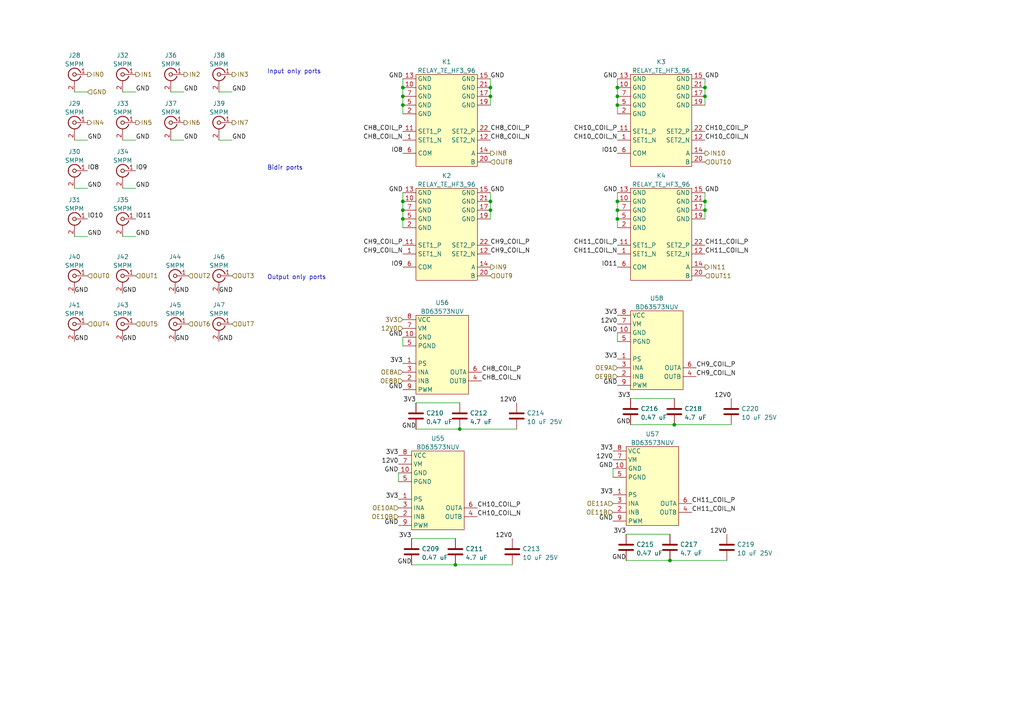
<source format=kicad_sch>
(kicad_sch (version 20211123) (generator eeschema)
  (paper "A4")
  (title_block (title "Trigger Crossbar") (date "2023-12-20") (rev "0.1") (company "Antikernel Labs") (comment 1 "Andrew D. Zonenberg"))
  (lib_symbols
    (symbol "conn:CONN_COAXIAL" (pin_names (offset 1.016) hide)
      (property "Reference" "J" (at 0.254 3.048 0))
      (property "Value" "CONN_COAXIAL" (at 2.921 0 90))
      (symbol "CONN_COAXIAL_0_1"
        (arc (start -1.778 -0.508) (mid 0.2311 -1.8066) (end 1.778 0) (stroke (width 0.254)))
        (polyline (pts (xy -1.27 0) (xy -0.508 0)))
        (polyline (pts (xy 0 -2.54) (xy 0 -1.778)))
        (circle (center 0 0) (radius 0.508) (stroke (width 0.2032)))
        (arc (start 1.778 0) (mid 0.2099 1.8101) (end -1.778 0.508) (stroke (width 0.254)))
      )
      (symbol "CONN_COAXIAL_1_1"
        (pin passive line (at -3.81 0 0) (length 2.54) (name "In") (number "1"))
        (pin passive line (at 0 -5.08 90) (length 2.54) (name "Ext") (number "2"))
      )
    )
    (symbol "device:C" (pin_numbers hide) (pin_names (offset 0.254))
      (property "Reference" "C" (at 0.635 2.54 0))
      (property "Value" "C" (at 0.635 -2.54 0))
      (symbol "C_0_1"
        (polyline (pts (xy -2.032 -0.762) (xy 2.032 -0.762)) (stroke (width 0.508)))
        (polyline (pts (xy -2.032 0.762) (xy 2.032 0.762)) (stroke (width 0.508)))
      )
      (symbol "C_1_1"
        (pin passive line (at 0 3.81 270) (length 2.794) (name "~") (number "1"))
        (pin passive line (at 0 -3.81 90) (length 2.794) (name "~") (number "2"))
      )
    )
    (symbol "special-azonenberg:BD63573NUV"
      (property "Reference" "U" (at 0 -1.27 0))
      (property "Value" "BD63573NUV" (at 0 -3.81 0))
      (symbol "BD63573NUV_0_1"
        (rectangle (start 0 22.86) (end 15.24 0) (stroke (width 0.1524)) (fill (type background)))
      )
      (symbol "BD63573NUV_1_1"
        (pin input line (at -3.81 8.89 0) (length 3.81) (name "PS") (number "1"))
        (pin power_in line (at -3.81 16.51 0) (length 3.81) (name "GND") (number "10"))
        (pin input line (at -3.81 3.81 0) (length 3.81) (name "INB") (number "2"))
        (pin input line (at -3.81 6.35 0) (length 3.81) (name "INA") (number "3"))
        (pin output line (at 19.05 3.81 180) (length 3.81) (name "OUTB") (number "4"))
        (pin power_in line (at -3.81 13.97 0) (length 3.81) (name "PGND") (number "5"))
        (pin output line (at 19.05 6.35 180) (length 3.81) (name "OUTA") (number "6"))
        (pin power_in line (at -3.81 19.05 0) (length 3.81) (name "VM") (number "7"))
        (pin power_in line (at -3.81 21.59 0) (length 3.81) (name "VCC") (number "8"))
        (pin input line (at -3.81 1.27 0) (length 3.81) (name "PWM") (number "9"))
      )
    )
    (symbol "special-azonenberg:RELAY_TE_HF3_96"
      (property "Reference" "K" (at 0 -1.905 0))
      (property "Value" "RELAY_TE_HF3_96" (at 0.635 -5.08 0))
      (symbol "RELAY_TE_HF3_96_0_1"
        (rectangle (start 0 26.67) (end 17.78 0) (stroke (width 0.1524)) (fill (type background)))
      )
      (symbol "RELAY_TE_HF3_96_1_1"
        (pin passive line (at -3.81 7.62 0) (length 3.81) (name "SET1_N") (number "1"))
        (pin passive line (at -3.81 22.86 0) (length 3.81) (name "GND") (number "10"))
        (pin passive line (at -3.81 10.16 0) (length 3.81) (name "SET1_P") (number "11"))
        (pin passive line (at 21.59 7.62 180) (length 3.81) (name "SET2_N") (number "12"))
        (pin passive line (at -3.81 25.4 0) (length 3.81) (name "GND") (number "13"))
        (pin passive line (at 21.59 3.81 180) (length 3.81) (name "A") (number "14"))
        (pin passive line (at 21.59 25.4 180) (length 3.81) (name "GND") (number "15"))
        (pin passive line (at 21.59 20.32 180) (length 3.81) (name "GND") (number "17"))
        (pin passive line (at 21.59 17.78 180) (length 3.81) (name "GND") (number "19"))
        (pin passive line (at -3.81 15.24 0) (length 3.81) (name "GND") (number "2"))
        (pin passive line (at 21.59 1.27 180) (length 3.81) (name "B") (number "20"))
        (pin passive line (at 21.59 22.86 180) (length 3.81) (name "GND") (number "21"))
        (pin passive line (at 21.59 10.16 180) (length 3.81) (name "SET2_P") (number "22"))
        (pin passive line (at -3.81 17.78 0) (length 3.81) (name "GND") (number "5"))
        (pin passive line (at -3.81 3.81 0) (length 3.81) (name "COM") (number "6"))
        (pin passive line (at -3.81 20.32 0) (length 3.81) (name "GND") (number "7"))
      )
    )
  )
  (junction (at 133.35 124.46))
  (junction (at 116.84 27.94))
  (junction (at 204.47 25.4))
  (junction (at 142.24 27.94))
  (junction (at 116.84 25.4))
  (junction (at 179.07 60.96))
  (junction (at 179.07 58.42))
  (junction (at 132.08 163.83))
  (junction (at 195.58 123.19))
  (junction (at 116.84 63.5))
  (junction (at 116.84 60.96))
  (junction (at 204.47 60.96))
  (junction (at 142.24 60.96))
  (junction (at 116.84 30.48))
  (junction (at 142.24 25.4))
  (junction (at 179.07 25.4))
  (junction (at 179.07 27.94))
  (junction (at 179.07 63.5))
  (junction (at 194.31 162.56))
  (junction (at 142.24 58.42))
  (junction (at 179.07 30.48))
  (junction (at 204.47 58.42))
  (junction (at 204.47 27.94))
  (junction (at 116.84 58.42))
  (wire (pts (xy 115.57 137.16) (xy 115.57 139.7)))
  (wire (pts (xy 179.07 30.48) (xy 179.07 33.02)))
  (wire (pts (xy 179.07 55.88) (xy 179.07 58.42)))
  (wire (pts (xy 179.07 27.94) (xy 179.07 30.48)))
  (wire (pts (xy 116.84 55.88) (xy 116.84 58.42)))
  (wire (pts (xy 179.07 96.52) (xy 179.07 99.06)))
  (wire (pts (xy 204.47 25.4) (xy 204.47 27.94)))
  (wire (pts (xy 116.84 97.79) (xy 116.84 100.33)))
  (wire (pts (xy 182.88 123.19) (xy 195.58 123.19)))
  (wire (pts (xy 49.53 26.67) (xy 53.34 26.67)))
  (wire (pts (xy 116.84 30.48) (xy 116.84 33.02)))
  (wire (pts (xy 142.24 58.42) (xy 142.24 60.96)))
  (wire (pts (xy 120.65 124.46) (xy 133.35 124.46)))
  (wire (pts (xy 179.07 22.86) (xy 179.07 25.4)))
  (wire (pts (xy 142.24 55.88) (xy 142.24 58.42)))
  (wire (pts (xy 49.53 40.64) (xy 53.34 40.64)))
  (wire (pts (xy 35.56 40.64) (xy 39.37 40.64)))
  (wire (pts (xy 142.24 60.96) (xy 142.24 63.5)))
  (wire (pts (xy 133.35 124.46) (xy 149.86 124.46)))
  (wire (pts (xy 181.61 154.94) (xy 194.31 154.94)))
  (wire (pts (xy 116.84 27.94) (xy 116.84 30.48)))
  (wire (pts (xy 179.07 60.96) (xy 179.07 63.5)))
  (wire (pts (xy 177.8 135.89) (xy 177.8 138.43)))
  (wire (pts (xy 21.59 54.61) (xy 25.4 54.61)))
  (wire (pts (xy 142.24 25.4) (xy 142.24 27.94)))
  (wire (pts (xy 21.59 26.67) (xy 25.4 26.67)))
  (wire (pts (xy 204.47 55.88) (xy 204.47 58.42)))
  (wire (pts (xy 116.84 25.4) (xy 116.84 27.94)))
  (wire (pts (xy 195.58 123.19) (xy 212.09 123.19)))
  (wire (pts (xy 179.07 63.5) (xy 179.07 66.04)))
  (wire (pts (xy 119.38 163.83) (xy 132.08 163.83)))
  (wire (pts (xy 35.56 54.61) (xy 39.37 54.61)))
  (wire (pts (xy 21.59 40.64) (xy 25.4 40.64)))
  (wire (pts (xy 21.59 68.58) (xy 25.4 68.58)))
  (wire (pts (xy 35.56 26.67) (xy 39.37 26.67)))
  (wire (pts (xy 119.38 156.21) (xy 132.08 156.21)))
  (wire (pts (xy 116.84 58.42) (xy 116.84 60.96)))
  (wire (pts (xy 204.47 60.96) (xy 204.47 63.5)))
  (wire (pts (xy 194.31 162.56) (xy 210.82 162.56)))
  (wire (pts (xy 116.84 63.5) (xy 116.84 66.04)))
  (wire (pts (xy 142.24 22.86) (xy 142.24 25.4)))
  (wire (pts (xy 116.84 22.86) (xy 116.84 25.4)))
  (wire (pts (xy 116.84 60.96) (xy 116.84 63.5)))
  (wire (pts (xy 179.07 58.42) (xy 179.07 60.96)))
  (wire (pts (xy 181.61 162.56) (xy 194.31 162.56)))
  (wire (pts (xy 142.24 27.94) (xy 142.24 30.48)))
  (wire (pts (xy 204.47 27.94) (xy 204.47 30.48)))
  (wire (pts (xy 63.5 26.67) (xy 67.31 26.67)))
  (wire (pts (xy 204.47 22.86) (xy 204.47 25.4)))
  (wire (pts (xy 179.07 25.4) (xy 179.07 27.94)))
  (wire (pts (xy 132.08 163.83) (xy 148.59 163.83)))
  (wire (pts (xy 204.47 58.42) (xy 204.47 60.96)))
  (wire (pts (xy 182.88 115.57) (xy 195.58 115.57)))
  (wire (pts (xy 120.65 116.84) (xy 133.35 116.84)))
  (wire (pts (xy 35.56 68.58) (xy 39.37 68.58)))
  (wire (pts (xy 63.5 40.64) (xy 67.31 40.64)))
  (text "Bidir ports" (at 77.47 49.53 0) (effects (font (size 1.27 1.27)) (justify left bottom)))
  (text "Input only ports" (at 77.47 21.59 0) (effects (font (size 1.27 1.27)) (justify left bottom)))
  (text "Output only ports" (at 77.47 81.28 0) (effects (font (size 1.27 1.27)) (justify left bottom)))
  (label "GND" (at 63.5 99.06 0))
  (label "CH9_COIL_P" (at 116.84 71.12 180))
  (label "CH11_COIL_N" (at 200.66 148.59 0))
  (label "3V3" (at 120.65 116.84 180))
  (label "3V3" (at 177.8 130.81 180))
  (label "GND" (at 63.5 85.09 0))
  (label "GND" (at 204.47 55.88 0))
  (label "GND" (at 115.57 137.16 180))
  (label "CH8_COIL_P" (at 142.24 38.1 0))
  (label "GND" (at 177.8 135.89 180))
  (label "CH11_COIL_P" (at 179.07 71.12 180))
  (label "GND" (at 120.65 124.46 180))
  (label "GND" (at 116.84 22.86 180))
  (label "CH8_COIL_P" (at 116.84 38.1 180))
  (label "GND" (at 119.38 163.83 180))
  (label "GND" (at 182.88 123.19 180))
  (label "GND" (at 204.47 22.86 0))
  (label "GND" (at 67.31 40.64 0))
  (label "CH9_COIL_P" (at 201.93 106.68 0))
  (label "GND" (at 177.8 151.13 180))
  (label "GND" (at 50.8 99.06 0))
  (label "GND" (at 39.37 40.64 0))
  (label "CH9_COIL_N" (at 201.93 109.22 0))
  (label "GND" (at 67.31 26.67 0))
  (label "12V0" (at 212.09 115.57 180))
  (label "IO11" (at 179.07 77.47 180))
  (label "12V0" (at 148.59 156.21 180))
  (label "GND" (at 39.37 68.58 0))
  (label "GND" (at 25.4 68.58 0))
  (label "GND" (at 179.07 96.52 180))
  (label "GND" (at 53.34 40.64 0))
  (label "IO10" (at 179.07 44.45 180))
  (label "GND" (at 181.61 162.56 180))
  (label "CH10_COIL_N" (at 204.47 40.64 0))
  (label "3V3" (at 179.07 104.14 180))
  (label "3V3" (at 115.57 132.08 180))
  (label "CH9_COIL_P" (at 142.24 71.12 0))
  (label "IO10" (at 25.4 63.5 0))
  (label "GND" (at 142.24 55.88 0))
  (label "3V3" (at 177.8 143.51 180))
  (label "GND" (at 53.34 26.67 0))
  (label "IO11" (at 39.37 63.5 0))
  (label "3V3" (at 116.84 105.41 180))
  (label "3V3" (at 119.38 156.21 180))
  (label "12V0" (at 115.57 134.62 180))
  (label "IO9" (at 39.37 49.53 0))
  (label "GND" (at 39.37 26.67 0))
  (label "GND" (at 39.37 54.61 0))
  (label "IO8" (at 116.84 44.45 180))
  (label "GND" (at 35.56 85.09 0))
  (label "CH10_COIL_P" (at 138.43 147.32 0))
  (label "GND" (at 116.84 97.79 180))
  (label "IO8" (at 25.4 49.53 0))
  (label "CH11_COIL_P" (at 200.66 146.05 0))
  (label "GND" (at 142.24 22.86 0))
  (label "GND" (at 116.84 113.03 180))
  (label "IO9" (at 116.84 77.47 180))
  (label "12V0" (at 149.86 116.84 180))
  (label "GND" (at 179.07 22.86 180))
  (label "CH10_COIL_N" (at 138.43 149.86 0))
  (label "CH11_COIL_N" (at 179.07 73.66 180))
  (label "GND" (at 115.57 152.4 180))
  (label "GND" (at 35.56 99.06 0))
  (label "CH8_COIL_N" (at 139.7 110.49 0))
  (label "3V3" (at 181.61 154.94 180))
  (label "GND" (at 25.4 40.64 0))
  (label "GND" (at 21.59 99.06 0))
  (label "GND" (at 179.07 55.88 180))
  (label "CH8_COIL_N" (at 116.84 40.64 180))
  (label "GND" (at 116.84 55.88 180))
  (label "GND" (at 50.8 85.09 0))
  (label "CH10_COIL_N" (at 179.07 40.64 180))
  (label "CH9_COIL_N" (at 116.84 73.66 180))
  (label "CH8_COIL_P" (at 139.7 107.95 0))
  (label "3V3" (at 115.57 144.78 180))
  (label "12V0" (at 210.82 154.94 180))
  (label "CH11_COIL_N" (at 204.47 73.66 0))
  (label "12V0" (at 179.07 93.98 180))
  (label "GND" (at 179.07 111.76 180))
  (label "CH11_COIL_P" (at 204.47 71.12 0))
  (label "CH9_COIL_N" (at 142.24 73.66 0))
  (label "GND" (at 25.4 54.61 0))
  (label "CH10_COIL_P" (at 204.47 38.1 0))
  (label "CH10_COIL_P" (at 179.07 38.1 180))
  (label "CH8_COIL_N" (at 142.24 40.64 0))
  (label "3V3" (at 179.07 91.44 180))
  (label "GND" (at 21.59 85.09 0))
  (label "12V0" (at 177.8 133.35 180))
  (label "3V3" (at 182.88 115.57 180))
  (hierarchical_label "OUT9" (shape input) (at 142.24 80.01 0))
  (hierarchical_label "OUT5" (shape input) (at 39.37 93.98 0))
  (hierarchical_label "IN11" (shape output) (at 204.47 77.47 0))
  (hierarchical_label "OUT3" (shape input) (at 67.31 80.01 0))
  (hierarchical_label "3V3" (shape input) (at 116.84 92.71 180))
  (hierarchical_label "IN0" (shape output) (at 25.4 21.59 0))
  (hierarchical_label "OE9B" (shape input) (at 179.07 109.22 180))
  (hierarchical_label "12V0" (shape input) (at 116.84 95.25 180))
  (hierarchical_label "OUT7" (shape input) (at 67.31 93.98 0))
  (hierarchical_label "OUT4" (shape input) (at 25.4 93.98 0))
  (hierarchical_label "IN5" (shape output) (at 39.37 35.56 0))
  (hierarchical_label "IN7" (shape output) (at 67.31 35.56 0))
  (hierarchical_label "OE11A" (shape input) (at 177.8 146.05 180))
  (hierarchical_label "OE10B" (shape input) (at 115.57 149.86 180))
  (hierarchical_label "OE11B" (shape input) (at 177.8 148.59 180))
  (hierarchical_label "OE8A" (shape input) (at 116.84 107.95 180))
  (hierarchical_label "OUT0" (shape input) (at 25.4 80.01 0))
  (hierarchical_label "OUT8" (shape input) (at 142.24 46.99 0))
  (hierarchical_label "IN4" (shape output) (at 25.4 35.56 0))
  (hierarchical_label "OUT6" (shape input) (at 54.61 93.98 0))
  (hierarchical_label "IN1" (shape output) (at 39.37 21.59 0))
  (hierarchical_label "GND" (shape input) (at 25.4 26.67 0))
  (hierarchical_label "IN8" (shape output) (at 142.24 44.45 0))
  (hierarchical_label "IN3" (shape output) (at 67.31 21.59 0))
  (hierarchical_label "IN9" (shape output) (at 142.24 77.47 0))
  (hierarchical_label "OUT1" (shape input) (at 39.37 80.01 0))
  (hierarchical_label "OE10A" (shape input) (at 115.57 147.32 180))
  (hierarchical_label "OE8B" (shape input) (at 116.84 110.49 180))
  (hierarchical_label "IN6" (shape output) (at 53.34 35.56 0))
  (hierarchical_label "IN10" (shape output) (at 204.47 44.45 0))
  (hierarchical_label "IN2" (shape output) (at 53.34 21.59 0))
  (hierarchical_label "OUT2" (shape input) (at 54.61 80.01 0))
  (hierarchical_label "OUT10" (shape input) (at 204.47 46.99 0))
  (hierarchical_label "OE9A" (shape input) (at 179.07 106.68 180))
  (hierarchical_label "OUT11" (shape input) (at 204.47 80.01 0))
  (symbol (lib_id "device:C") (at 212.09 119.38 0) (unit 1)
    (property "Reference" "C220" (at 215.011 118.5453 0) (effects (justify left)))
    (property "Value" "10 uF 25V" (at 215.011 121.0822 0) (effects (justify left)))
    (property "Footprint" "azonenberg_pcb:EIA_1210_CAP_NOSILK" (effects hide))
  )
  (symbol (lib_id "device:C") (at 210.82 158.75 0) (unit 1)
    (property "Reference" "C219" (at 213.741 157.9153 0) (effects (justify left)))
    (property "Value" "10 uF 25V" (at 213.741 160.4522 0) (effects (justify left)))
    (property "Footprint" "azonenberg_pcb:EIA_1210_CAP_NOSILK" (effects hide))
  )
  (symbol (lib_id "special-azonenberg:BD63573NUV") (at 182.88 113.03 0) (unit 1)
    (property "Reference" "U58" (at 190.5 86.521 0))
    (property "Value" "BD63573NUV" (at 190.5 89.0579 0))
    (property "Footprint" "azonenberg_pcb:DFN_10_0.5MM_3x3MM" (effects hide))
  )
  (symbol (lib_id "special-azonenberg:RELAY_TE_HF3_96") (at 182.88 48.26 0) (unit 1)
    (property "Reference" "K3" (at 191.77 17.941 0))
    (property "Value" "RELAY_TE_HF3_96" (at 191.77 20.4779 0))
    (property "Footprint" "azonenberg_pcb:RELAY_TE_HF3_2COIL_50OHM" (effects hide))
  )
  (symbol (lib_id "conn:CONN_COAXIAL") (at 35.56 49.53 0) (mirror y) (unit 1)
    (property "Reference" "J34" (at 35.5599 44.0036 0))
    (property "Value" "SMPM" (at 35.5599 46.5405 0))
    (property "Footprint" "azonenberg_pcb:CONN_SMPM_AMPHENOL_C925-197J-51PT" (effects hide))
  )
  (symbol (lib_id "device:C") (at 132.08 160.02 0) (unit 1)
    (property "Reference" "C211" (at 135.001 159.1853 0) (effects (justify left)))
    (property "Value" "4.7 uF" (at 135.001 161.7222 0) (effects (justify left)))
    (property "Footprint" "azonenberg_pcb:EIA_0603_CAP_NOSILK" (effects hide))
  )
  (symbol (lib_id "conn:CONN_COAXIAL") (at 21.59 80.01 0) (mirror y) (unit 1)
    (property "Reference" "J40" (at 21.5899 74.4836 0))
    (property "Value" "SMPM" (at 21.5899 77.0205 0))
    (property "Footprint" "azonenberg_pcb:CONN_SMPM_AMPHENOL_C925-197J-51PT" (effects hide))
  )
  (symbol (lib_id "conn:CONN_COAXIAL") (at 21.59 21.59 0) (mirror y) (unit 1)
    (property "Reference" "J28" (at 21.5899 16.0636 0))
    (property "Value" "SMPM" (at 21.5899 18.6005 0))
    (property "Footprint" "azonenberg_pcb:CONN_SMPM_AMPHENOL_C925-197J-51PT" (effects hide))
  )
  (symbol (lib_id "device:C") (at 149.86 120.65 0) (unit 1)
    (property "Reference" "C214" (at 152.781 119.8153 0) (effects (justify left)))
    (property "Value" "10 uF 25V" (at 152.781 122.3522 0) (effects (justify left)))
    (property "Footprint" "azonenberg_pcb:EIA_1210_CAP_NOSILK" (effects hide))
  )
  (symbol (lib_id "conn:CONN_COAXIAL") (at 35.56 21.59 0) (mirror y) (unit 1)
    (property "Reference" "J32" (at 35.5599 16.0636 0))
    (property "Value" "SMPM" (at 35.5599 18.6005 0))
    (property "Footprint" "azonenberg_pcb:CONN_SMPM_AMPHENOL_C925-197J-51PT" (effects hide))
  )
  (symbol (lib_id "conn:CONN_COAXIAL") (at 50.8 93.98 0) (mirror y) (unit 1)
    (property "Reference" "J45" (at 50.7999 88.4536 0))
    (property "Value" "SMPM" (at 50.7999 90.9905 0))
    (property "Footprint" "azonenberg_pcb:CONN_SMPM_AMPHENOL_C925-197J-51PT" (effects hide))
  )
  (symbol (lib_id "device:C") (at 119.38 160.02 0) (unit 1)
    (property "Reference" "C209" (at 122.301 159.1853 0) (effects (justify left)))
    (property "Value" "0.47 uF" (at 122.301 161.7222 0) (effects (justify left)))
    (property "Footprint" "azonenberg_pcb:EIA_0402_CAP_NOSILK" (effects hide))
  )
  (symbol (lib_id "special-azonenberg:BD63573NUV") (at 119.38 153.67 0) (unit 1)
    (property "Reference" "U55" (at 127 127.161 0))
    (property "Value" "BD63573NUV" (at 127 129.6979 0))
    (property "Footprint" "azonenberg_pcb:DFN_10_0.5MM_3x3MM" (effects hide))
  )
  (symbol (lib_id "conn:CONN_COAXIAL") (at 50.8 80.01 0) (mirror y) (unit 1)
    (property "Reference" "J44" (at 50.7999 74.4836 0))
    (property "Value" "SMPM" (at 50.7999 77.0205 0))
    (property "Footprint" "azonenberg_pcb:CONN_SMPM_AMPHENOL_C925-197J-51PT" (effects hide))
  )
  (symbol (lib_id "conn:CONN_COAXIAL") (at 21.59 63.5 0) (mirror y) (unit 1)
    (property "Reference" "J31" (at 21.5899 57.9736 0))
    (property "Value" "SMPM" (at 21.5899 60.5105 0))
    (property "Footprint" "azonenberg_pcb:CONN_SMPM_AMPHENOL_C925-197J-51PT" (effects hide))
  )
  (symbol (lib_id "conn:CONN_COAXIAL") (at 35.56 93.98 0) (mirror y) (unit 1)
    (property "Reference" "J43" (at 35.5599 88.4536 0))
    (property "Value" "SMPM" (at 35.5599 90.9905 0))
    (property "Footprint" "azonenberg_pcb:CONN_SMPM_AMPHENOL_C925-197J-51PT" (effects hide))
  )
  (symbol (lib_id "device:C") (at 194.31 158.75 0) (unit 1)
    (property "Reference" "C217" (at 197.231 157.9153 0) (effects (justify left)))
    (property "Value" "4.7 uF" (at 197.231 160.4522 0) (effects (justify left)))
    (property "Footprint" "azonenberg_pcb:EIA_0603_CAP_NOSILK" (effects hide))
  )
  (symbol (lib_id "device:C") (at 133.35 120.65 0) (unit 1)
    (property "Reference" "C212" (at 136.271 119.8153 0) (effects (justify left)))
    (property "Value" "4.7 uF" (at 136.271 122.3522 0) (effects (justify left)))
    (property "Footprint" "azonenberg_pcb:EIA_0603_CAP_NOSILK" (effects hide))
  )
  (symbol (lib_id "conn:CONN_COAXIAL") (at 21.59 93.98 0) (mirror y) (unit 1)
    (property "Reference" "J41" (at 21.5899 88.4536 0))
    (property "Value" "SMPM" (at 21.5899 90.9905 0))
    (property "Footprint" "azonenberg_pcb:CONN_SMPM_AMPHENOL_C925-197J-51PT" (effects hide))
  )
  (symbol (lib_id "conn:CONN_COAXIAL") (at 49.53 35.56 0) (mirror y) (unit 1)
    (property "Reference" "J37" (at 49.5299 30.0336 0))
    (property "Value" "SMPM" (at 49.5299 32.5705 0))
    (property "Footprint" "azonenberg_pcb:CONN_SMPM_AMPHENOL_C925-197J-51PT" (effects hide))
  )
  (symbol (lib_id "conn:CONN_COAXIAL") (at 35.56 63.5 0) (mirror y) (unit 1)
    (property "Reference" "J35" (at 35.5599 57.9736 0))
    (property "Value" "SMPM" (at 35.5599 60.5105 0))
    (property "Footprint" "azonenberg_pcb:CONN_SMPM_AMPHENOL_C925-197J-51PT" (effects hide))
  )
  (symbol (lib_id "device:C") (at 181.61 158.75 0) (unit 1)
    (property "Reference" "C215" (at 184.531 157.9153 0) (effects (justify left)))
    (property "Value" "0.47 uF" (at 184.531 160.4522 0) (effects (justify left)))
    (property "Footprint" "azonenberg_pcb:EIA_0402_CAP_NOSILK" (effects hide))
  )
  (symbol (lib_id "special-azonenberg:BD63573NUV") (at 181.61 152.4 0) (unit 1)
    (property "Reference" "U57" (at 189.23 125.891 0))
    (property "Value" "BD63573NUV" (at 189.23 128.4279 0))
    (property "Footprint" "azonenberg_pcb:DFN_10_0.5MM_3x3MM" (effects hide))
  )
  (symbol (lib_id "conn:CONN_COAXIAL") (at 49.53 21.59 0) (mirror y) (unit 1)
    (property "Reference" "J36" (at 49.5299 16.0636 0))
    (property "Value" "SMPM" (at 49.5299 18.6005 0))
    (property "Footprint" "azonenberg_pcb:CONN_SMPM_AMPHENOL_C925-197J-51PT" (effects hide))
  )
  (symbol (lib_id "device:C") (at 195.58 119.38 0) (unit 1)
    (property "Reference" "C218" (at 198.501 118.5453 0) (effects (justify left)))
    (property "Value" "4.7 uF" (at 198.501 121.0822 0) (effects (justify left)))
    (property "Footprint" "azonenberg_pcb:EIA_0603_CAP_NOSILK" (effects hide))
  )
  (symbol (lib_id "conn:CONN_COAXIAL") (at 63.5 80.01 0) (mirror y) (unit 1)
    (property "Reference" "J46" (at 63.4999 74.4836 0))
    (property "Value" "SMPM" (at 63.4999 77.0205 0))
    (property "Footprint" "azonenberg_pcb:CONN_SMPM_AMPHENOL_C925-197J-51PT" (effects hide))
  )
  (symbol (lib_id "conn:CONN_COAXIAL") (at 21.59 35.56 0) (mirror y) (unit 1)
    (property "Reference" "J29" (at 21.5899 30.0336 0))
    (property "Value" "SMPM" (at 21.5899 32.5705 0))
    (property "Footprint" "azonenberg_pcb:CONN_SMPM_AMPHENOL_C925-197J-51PT" (effects hide))
  )
  (symbol (lib_id "conn:CONN_COAXIAL") (at 35.56 80.01 0) (mirror y) (unit 1)
    (property "Reference" "J42" (at 35.5599 74.4836 0))
    (property "Value" "SMPM" (at 35.5599 77.0205 0))
    (property "Footprint" "azonenberg_pcb:CONN_SMPM_AMPHENOL_C925-197J-51PT" (effects hide))
  )
  (symbol (lib_id "conn:CONN_COAXIAL") (at 21.59 49.53 0) (mirror y) (unit 1)
    (property "Reference" "J30" (at 21.5899 44.0036 0))
    (property "Value" "SMPM" (at 21.5899 46.5405 0))
    (property "Footprint" "azonenberg_pcb:CONN_SMPM_AMPHENOL_C925-197J-51PT" (effects hide))
  )
  (symbol (lib_id "special-azonenberg:RELAY_TE_HF3_96") (at 120.65 81.28 0) (unit 1)
    (property "Reference" "K2" (at 129.54 50.961 0))
    (property "Value" "RELAY_TE_HF3_96" (at 129.54 53.4979 0))
    (property "Footprint" "azonenberg_pcb:RELAY_TE_HF3_2COIL_50OHM" (effects hide))
  )
  (symbol (lib_id "special-azonenberg:RELAY_TE_HF3_96") (at 182.88 81.28 0) (unit 1)
    (property "Reference" "K4" (at 191.77 50.961 0))
    (property "Value" "RELAY_TE_HF3_96" (at 191.77 53.4979 0))
    (property "Footprint" "azonenberg_pcb:RELAY_TE_HF3_2COIL_50OHM" (effects hide))
  )
  (symbol (lib_id "conn:CONN_COAXIAL") (at 63.5 35.56 0) (mirror y) (unit 1)
    (property "Reference" "J39" (at 63.4999 30.0336 0))
    (property "Value" "SMPM" (at 63.4999 32.5705 0))
    (property "Footprint" "azonenberg_pcb:CONN_SMPM_AMPHENOL_C925-197J-51PT" (effects hide))
  )
  (symbol (lib_id "device:C") (at 120.65 120.65 0) (unit 1)
    (property "Reference" "C210" (at 123.571 119.8153 0) (effects (justify left)))
    (property "Value" "0.47 uF" (at 123.571 122.3522 0) (effects (justify left)))
    (property "Footprint" "azonenberg_pcb:EIA_0402_CAP_NOSILK" (effects hide))
  )
  (symbol (lib_id "device:C") (at 182.88 119.38 0) (unit 1)
    (property "Reference" "C216" (at 185.801 118.5453 0) (effects (justify left)))
    (property "Value" "0.47 uF" (at 185.801 121.0822 0) (effects (justify left)))
    (property "Footprint" "azonenberg_pcb:EIA_0402_CAP_NOSILK" (effects hide))
  )
  (symbol (lib_id "conn:CONN_COAXIAL") (at 63.5 21.59 0) (mirror y) (unit 1)
    (property "Reference" "J38" (at 63.4999 16.0636 0))
    (property "Value" "SMPM" (at 63.4999 18.6005 0))
    (property "Footprint" "azonenberg_pcb:CONN_SMPM_AMPHENOL_C925-197J-51PT" (effects hide))
  )
  (symbol (lib_id "device:C") (at 148.59 160.02 0) (unit 1)
    (property "Reference" "C213" (at 151.511 159.1853 0) (effects (justify left)))
    (property "Value" "10 uF 25V" (at 151.511 161.7222 0) (effects (justify left)))
    (property "Footprint" "azonenberg_pcb:EIA_1210_CAP_NOSILK" (effects hide))
  )
  (symbol (lib_id "special-azonenberg:RELAY_TE_HF3_96") (at 120.65 48.26 0) (unit 1)
    (property "Reference" "K1" (at 129.54 17.941 0))
    (property "Value" "RELAY_TE_HF3_96" (at 129.54 20.4779 0))
    (property "Footprint" "azonenberg_pcb:RELAY_TE_HF3_2COIL_50OHM" (effects hide))
  )
  (symbol (lib_id "conn:CONN_COAXIAL") (at 35.56 35.56 0) (mirror y) (unit 1)
    (property "Reference" "J33" (at 35.5599 30.0336 0))
    (property "Value" "SMPM" (at 35.5599 32.5705 0))
    (property "Footprint" "azonenberg_pcb:CONN_SMPM_AMPHENOL_C925-197J-51PT" (effects hide))
  )
  (symbol (lib_id "conn:CONN_COAXIAL") (at 63.5 93.98 0) (mirror y) (unit 1)
    (property "Reference" "J47" (at 63.4999 88.4536 0))
    (property "Value" "SMPM" (at 63.4999 90.9905 0))
    (property "Footprint" "azonenberg_pcb:CONN_SMPM_AMPHENOL_C925-197J-51PT" (effects hide))
  )
  (symbol (lib_id "special-azonenberg:BD63573NUV") (at 120.65 114.3 0) (unit 1)
    (property "Reference" "U56" (at 128.27 87.791 0))
    (property "Value" "BD63573NUV" (at 128.27 90.3279 0))
    (property "Footprint" "azonenberg_pcb:DFN_10_0.5MM_3x3MM" (effects hide))
  )
)
</source>
